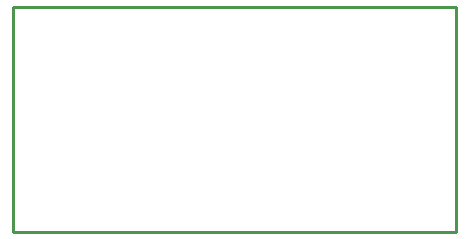
<source format=gko>
G04 EAGLE Gerber RS-274X export*
G75*
%MOMM*%
%FSLAX34Y34*%
%LPD*%
%IN*%
%IPPOS*%
%AMOC8*
5,1,8,0,0,1.08239X$1,22.5*%
G01*
%ADD10C,0.000000*%
%ADD11C,0.254000*%


D10*
X0Y0D02*
X375400Y0D01*
X375400Y190000D01*
X0Y190000D01*
X0Y0D01*
D11*
X0Y0D02*
X375400Y0D01*
X375400Y190000D01*
X0Y190000D01*
X0Y0D01*
M02*

</source>
